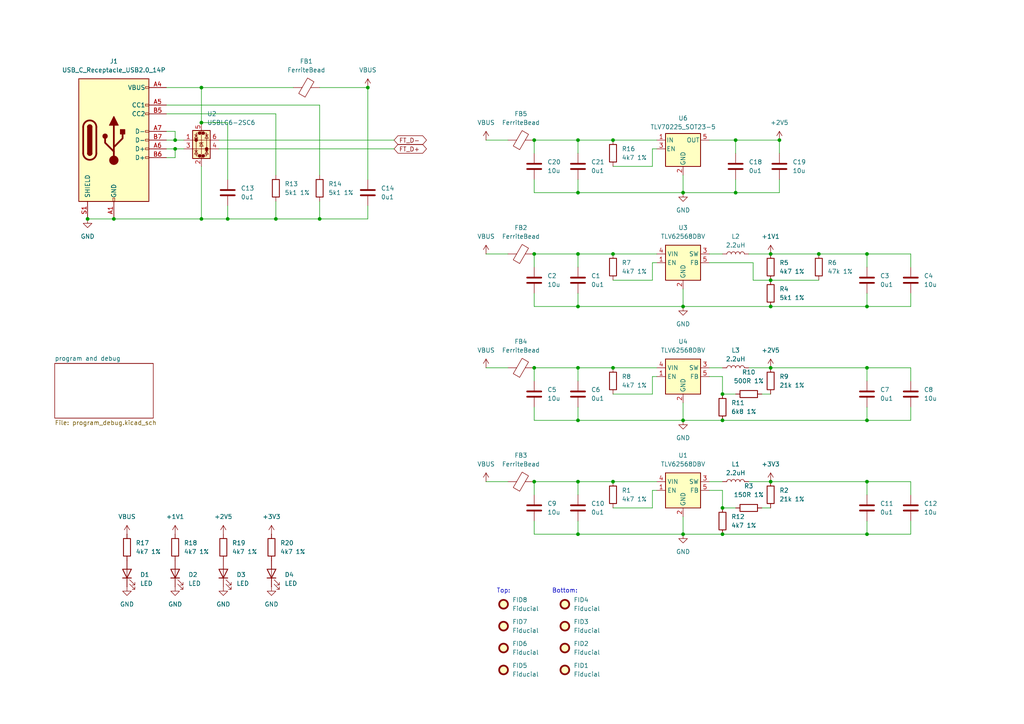
<source format=kicad_sch>
(kicad_sch (version 20250114) (generator "eeschema") (generator_version "9.0")
  (paper "A4")
  (lib_symbols
    (symbol "Connector:USB_C_Receptacle_USB2.0_14P" (pin_names (offset 1.016))
      (property "Reference" "J" (at 0 22.225 0))
      (property "Value" "USB_C_Receptacle_USB2.0_14P" (at 0 19.685 0))
      (symbol "USB_C_Receptacle_USB2.0_14P_1_1"
        (pin passive line (at -7.62 -22.86 90) (length 5.08) (name "SHIELD") (number "S1"))
        (pin passive line (at 0 -22.86 90) (length 5.08) (name "GND") (number "A1"))
        (pin passive line (at 0 -22.86 90) (length 5.08) (hide yes) (name "GND") (number "A12"))
        (pin passive line (at 0 -22.86 90) (length 5.08) (hide yes) (name "GND") (number "B1"))
        (pin passive line (at 0 -22.86 90) (length 5.08) (hide yes) (name "GND") (number "B12"))
        (pin passive line (at 15.24 15.24 180) (length 5.08) (name "VBUS") (number "A4"))
        (pin passive line (at 15.24 15.24 180) (length 5.08) (hide yes) (name "VBUS") (number "A9"))
        (pin passive line (at 15.24 15.24 180) (length 5.08) (hide yes) (name "VBUS") (number "B4"))
        (pin passive line (at 15.24 15.24 180) (length 5.08) (hide yes) (name "VBUS") (number "B9"))
        (pin bidirectional line (at 15.24 10.16 180) (length 5.08) (name "CC1") (number "A5"))
        (pin bidirectional line (at 15.24 7.62 180) (length 5.08) (name "CC2") (number "B5"))
        (pin bidirectional line (at 15.24 2.54 180) (length 5.08) (name "D-") (number "A7"))
        (pin bidirectional line (at 15.24 0 180) (length 5.08) (name "D-") (number "B7"))
        (pin bidirectional line (at 15.24 -2.54 180) (length 5.08) (name "D+") (number "A6"))
        (pin bidirectional line (at 15.24 -5.08 180) (length 5.08) (name "D+") (number "B6"))
      )
    )
    (symbol "Device:C" (pin_numbers (hide yes)) (pin_names (offset 0.254))
      (property "Reference" "C" (at 0.635 2.54 0))
      (property "Value" "C" (at 0.635 -2.54 0))
      (symbol "C_1_1"
        (pin passive line (at 0 3.81 270) (length 2.794) (name "~") (number "1"))
        (pin passive line (at 0 -3.81 90) (length 2.794) (name "~") (number "2"))
      )
    )
    (symbol "Device:FerriteBead" (pin_numbers (hide yes)) (pin_names (offset 0))
      (property "Reference" "FB" (at -3.81 0.635 90))
      (property "Value" "FerriteBead" (at 3.81 0 90))
      (symbol "FerriteBead_1_1"
        (pin passive line (at 0 3.81 270) (length 2.54) (name "~") (number "1"))
        (pin passive line (at 0 -3.81 90) (length 2.54) (name "~") (number "2"))
      )
    )
    (symbol "Device:L" (pin_numbers (hide yes)) (pin_names (offset 1.016) (hide yes))
      (property "Reference" "L" (at -1.27 0 90))
      (property "Value" "L" (at 1.905 0 90))
      (symbol "L_1_1"
        (pin passive line (at 0 3.81 270) (length 1.27) (name "1") (number "1"))
        (pin passive line (at 0 -3.81 90) (length 1.27) (name "2") (number "2"))
      )
    )
    (symbol "Device:LED" (pin_numbers (hide yes)) (pin_names (offset 1.016) (hide yes))
      (property "Reference" "D" (at 0 2.54 0))
      (property "Value" "LED" (at 0 -2.54 0))
      (symbol "LED_1_1"
        (pin passive line (at -3.81 0 0) (length 2.54) (name "K") (number "1"))
        (pin passive line (at 3.81 0 180) (length 2.54) (name "A") (number "2"))
      )
    )
    (symbol "Device:R" (pin_numbers (hide yes)) (pin_names (offset 0))
      (property "Reference" "R" (at 2.032 0 90))
      (property "Value" "R" (at 0 0 90))
      (symbol "R_1_1"
        (pin passive line (at 0 3.81 270) (length 1.27) (name "~") (number "1"))
        (pin passive line (at 0 -3.81 90) (length 1.27) (name "~") (number "2"))
      )
    )
    (symbol "Mechanical:Fiducial" (in_bom no)
      (property "Reference" "FID" (at 0 5.08 0))
      (property "Value" "Fiducial" (at 0 3.175 0))
    )
    (symbol "Power_Protection:USBLC6-2SC6" (pin_names (hide yes))
      (property "Reference" "U" (at 0.635 5.715 0))
      (property "Value" "USBLC6-2SC6" (at 0.635 3.81 0))
      (symbol "USBLC6-2SC6_1_1"
        (pin passive line (at -5.08 0 0) (length 2.54) (name "I/O1") (number "1"))
        (pin passive line (at -5.08 -2.54 0) (length 2.54) (name "I/O2") (number "3"))
        (pin passive line (at 0 5.08 270) (length 2.54) (name "VBUS") (number "5"))
        (pin passive line (at 0 -7.62 90) (length 2.54) (name "GND") (number "2"))
        (pin passive line (at 5.08 0 180) (length 2.54) (name "I/O1") (number "6"))
        (pin passive line (at 5.08 -2.54 180) (length 2.54) (name "I/O2") (number "4"))
      )
    )
    (symbol "Regulator_Linear:TLV70225_SOT23-5" (pin_names (offset 0.254))
      (property "Reference" "U" (at -3.81 5.715 0))
      (property "Value" "TLV70225_SOT23-5" (at 0 5.715 0))
      (symbol "TLV70225_SOT23-5_1_1"
        (pin power_in line (at -7.62 2.54 0) (length 2.54) (name "IN") (number "1"))
        (pin input line (at -7.62 0 0) (length 2.54) (name "EN") (number "3"))
        (pin power_in line (at 0 -7.62 90) (length 2.54) (name "GND") (number "2"))
        (pin no_connect line (at 5.08 0 180) (length 2.54) (hide yes) (name "NC") (number "4"))
        (pin power_out line (at 7.62 2.54 180) (length 2.54) (name "OUT") (number "5"))
      )
    )
    (symbol "Regulator_Switching:TLV62568DBV"
      (property "Reference" "U" (at -5.08 6.35 0))
      (property "Value" "TLV62568DBV" (at 0 6.35 0))
      (symbol "TLV62568DBV_1_1"
        (pin power_in line (at -7.62 2.54 0) (length 2.54) (name "VIN") (number "4"))
        (pin input line (at -7.62 0 0) (length 2.54) (name "EN") (number "1"))
        (pin power_in line (at 0 -7.62 90) (length 2.54) (name "GND") (number "2"))
        (pin power_out line (at 7.62 2.54 180) (length 2.54) (name "SW") (number "3"))
        (pin input line (at 7.62 0 180) (length 2.54) (name "FB") (number "5"))
      )
    )
    (symbol "power:+1V1" (power) (pin_numbers (hide yes)) (pin_names (offset 0) (hide yes))
      (property "Value" "+1V1" (at 0 3.556 0))
      (symbol "+1V1_1_1"
        (pin power_in line (at 0 0 90) (length 0) (name "~") (number "1"))
      )
    )
    (symbol "power:+2V5" (power) (pin_numbers (hide yes)) (pin_names (offset 0) (hide yes))
      (property "Value" "+2V5" (at 0 3.556 0))
      (symbol "+2V5_1_1"
        (pin power_in line (at 0 0 90) (length 0) (name "~") (number "1"))
      )
    )
    (symbol "power:+3V3" (power) (pin_numbers (hide yes)) (pin_names (offset 0) (hide yes))
      (property "Value" "+3V3" (at 0 3.556 0))
      (symbol "+3V3_1_1"
        (pin power_in line (at 0 0 90) (length 0) (name "~") (number "1"))
      )
    )
    (symbol "power:GND" (power) (pin_numbers (hide yes)) (pin_names (offset 0) (hide yes))
      (property "Value" "GND" (at 0 -3.81 0))
      (symbol "GND_1_1"
        (pin power_in line (at 0 0 270) (length 0) (name "~") (number "1"))
      )
    )
    (symbol "power:VBUS" (power) (pin_numbers (hide yes)) (pin_names (offset 0) (hide yes))
      (property "Value" "VBUS" (at 0 3.556 0))
      (symbol "VBUS_1_1"
        (pin power_in line (at 0 0 90) (length 0) (name "~") (number "1"))
      )
    )
  )
  (text "Top:" (at 146.05 171.45 0) (effects (font (size 1.27 1.27))))
  (text "Bottom:" (at 163.83 171.45 0) (effects (font (size 1.27 1.27))))
  (junction (at 213.36 40.64))
  (junction (at 167.64 88.9))
  (junction (at 66.04 63.5))
  (junction (at 223.52 81.28))
  (junction (at 251.46 73.66))
  (junction (at 223.52 139.7))
  (junction (at 198.12 154.94))
  (junction (at 198.12 121.92))
  (junction (at 58.42 25.4))
  (junction (at 251.46 121.92))
  (junction (at 167.64 121.92))
  (junction (at 237.49 73.66))
  (junction (at 50.8 43.18))
  (junction (at 209.55 154.94))
  (junction (at 80.01 63.5))
  (junction (at 198.12 88.9))
  (junction (at 25.4 63.5))
  (junction (at 251.46 88.9))
  (junction (at 106.68 25.4))
  (junction (at 198.12 55.88))
  (junction (at 167.64 55.88))
  (junction (at 177.8 73.66))
  (junction (at 154.94 73.66))
  (junction (at 167.64 73.66))
  (junction (at 92.71 63.5))
  (junction (at 251.46 139.7))
  (junction (at 226.06 40.64))
  (junction (at 167.64 106.68))
  (junction (at 209.55 121.92))
  (junction (at 167.64 139.7))
  (junction (at 154.94 40.64))
  (junction (at 223.52 73.66))
  (junction (at 33.02 63.5))
  (junction (at 154.94 139.7))
  (junction (at 223.52 106.68))
  (junction (at 58.42 63.5))
  (junction (at 177.8 139.7))
  (junction (at 167.64 154.94))
  (junction (at 223.52 88.9))
  (junction (at 251.46 106.68))
  (junction (at 154.94 106.68))
  (junction (at 167.64 40.64))
  (junction (at 177.8 40.64))
  (junction (at 209.55 114.3))
  (junction (at 58.42 35.56))
  (junction (at 213.36 55.88))
  (junction (at 50.8 40.64))
  (junction (at 177.8 106.68))
  (junction (at 251.46 154.94))
  (junction (at 209.55 147.32))
  (wire (pts (xy 167.64 118.11) (xy 167.64 121.92)))
  (wire (pts (xy 251.46 106.68) (xy 251.46 110.49)))
  (wire (pts (xy 198.12 55.88) (xy 167.64 55.88)))
  (wire (pts (xy 80.01 58.42) (xy 80.01 63.5)))
  (wire (pts (xy 167.64 88.9) (xy 154.94 88.9)))
  (wire (pts (xy 213.36 40.64) (xy 213.36 44.45)))
  (wire (pts (xy 63.5 43.18) (xy 114.3 43.18)))
  (wire (pts (xy 251.46 73.66) (xy 264.16 73.66)))
  (wire (pts (xy 25.4 63.5) (xy 33.02 63.5)))
  (wire (pts (xy 154.94 106.68) (xy 154.94 110.49)))
  (wire (pts (xy 223.52 106.68) (xy 251.46 106.68)))
  (wire (pts (xy 80.01 50.8) (xy 80.01 33.02)))
  (wire (pts (xy 217.17 106.68) (xy 223.52 106.68)))
  (wire (pts (xy 167.64 106.68) (xy 177.8 106.68)))
  (wire (pts (xy 106.68 59.69) (xy 106.68 63.5)))
  (wire (pts (xy 140.97 139.7) (xy 147.32 139.7)))
  (wire (pts (xy 251.46 154.94) (xy 264.16 154.94)))
  (wire (pts (xy 198.12 55.88) (xy 198.12 50.8)))
  (wire (pts (xy 198.12 154.94) (xy 209.55 154.94)))
  (wire (pts (xy 198.12 83.82) (xy 198.12 88.9)))
  (wire (pts (xy 167.64 44.45) (xy 167.64 40.64)))
  (wire (pts (xy 92.71 63.5) (xy 106.68 63.5)))
  (wire (pts (xy 50.8 38.1) (xy 50.8 40.64)))
  (wire (pts (xy 177.8 114.3) (xy 189.23 114.3)))
  (wire (pts (xy 58.42 35.56) (xy 66.04 35.56)))
  (wire (pts (xy 220.98 114.3) (xy 223.52 114.3)))
  (wire (pts (xy 198.12 88.9) (xy 167.64 88.9)))
  (wire (pts (xy 140.97 73.66) (xy 147.32 73.66)))
  (wire (pts (xy 264.16 106.68) (xy 264.16 110.49)))
  (wire (pts (xy 177.8 48.26) (xy 189.23 48.26)))
  (wire (pts (xy 198.12 154.94) (xy 167.64 154.94)))
  (wire (pts (xy 167.64 110.49) (xy 167.64 106.68)))
  (wire (pts (xy 58.42 48.26) (xy 58.42 63.5)))
  (wire (pts (xy 223.52 139.7) (xy 251.46 139.7)))
  (wire (pts (xy 154.94 106.68) (xy 167.64 106.68)))
  (wire (pts (xy 177.8 139.7) (xy 190.5 139.7)))
  (wire (pts (xy 205.74 73.66) (xy 209.55 73.66)))
  (wire (pts (xy 154.94 40.64) (xy 167.64 40.64)))
  (wire (pts (xy 251.46 139.7) (xy 251.46 143.51)))
  (wire (pts (xy 48.26 43.18) (xy 50.8 43.18)))
  (wire (pts (xy 140.97 106.68) (xy 147.32 106.68)))
  (wire (pts (xy 198.12 55.88) (xy 213.36 55.88)))
  (wire (pts (xy 50.8 43.18) (xy 53.34 43.18)))
  (wire (pts (xy 189.23 109.22) (xy 190.5 109.22)))
  (wire (pts (xy 189.23 142.24) (xy 189.23 147.32)))
  (wire (pts (xy 198.12 121.92) (xy 167.64 121.92)))
  (wire (pts (xy 92.71 30.48) (xy 92.71 50.8)))
  (wire (pts (xy 251.46 139.7) (xy 264.16 139.7)))
  (wire (pts (xy 189.23 43.18) (xy 190.5 43.18)))
  (wire (pts (xy 217.17 139.7) (xy 223.52 139.7)))
  (wire (pts (xy 167.64 52.07) (xy 167.64 55.88)))
  (wire (pts (xy 264.16 73.66) (xy 264.16 77.47)))
  (wire (pts (xy 167.64 139.7) (xy 177.8 139.7)))
  (wire (pts (xy 50.8 40.64) (xy 48.26 40.64)))
  (wire (pts (xy 213.36 55.88) (xy 213.36 52.07)))
  (wire (pts (xy 209.55 114.3) (xy 213.36 114.3)))
  (wire (pts (xy 58.42 25.4) (xy 58.42 35.56)))
  (wire (pts (xy 177.8 106.68) (xy 190.5 106.68)))
  (wire (pts (xy 205.74 40.64) (xy 213.36 40.64)))
  (wire (pts (xy 226.06 55.88) (xy 226.06 52.07)))
  (wire (pts (xy 154.94 73.66) (xy 167.64 73.66)))
  (wire (pts (xy 154.94 121.92) (xy 154.94 118.11)))
  (wire (pts (xy 167.64 154.94) (xy 154.94 154.94)))
  (wire (pts (xy 167.64 121.92) (xy 154.94 121.92)))
  (wire (pts (xy 167.64 40.64) (xy 177.8 40.64)))
  (wire (pts (xy 205.74 109.22) (xy 209.55 109.22)))
  (wire (pts (xy 198.12 88.9) (xy 223.52 88.9)))
  (wire (pts (xy 33.02 63.5) (xy 58.42 63.5)))
  (wire (pts (xy 154.94 139.7) (xy 167.64 139.7)))
  (wire (pts (xy 251.46 154.94) (xy 251.46 151.13)))
  (wire (pts (xy 213.36 55.88) (xy 226.06 55.88)))
  (wire (pts (xy 264.16 88.9) (xy 264.16 85.09)))
  (wire (pts (xy 66.04 35.56) (xy 66.04 52.07)))
  (wire (pts (xy 198.12 121.92) (xy 209.55 121.92)))
  (wire (pts (xy 167.64 73.66) (xy 177.8 73.66)))
  (wire (pts (xy 154.94 55.88) (xy 154.94 52.07)))
  (wire (pts (xy 48.26 30.48) (xy 92.71 30.48)))
  (wire (pts (xy 48.26 25.4) (xy 58.42 25.4)))
  (wire (pts (xy 209.55 121.92) (xy 251.46 121.92)))
  (wire (pts (xy 50.8 45.72) (xy 48.26 45.72)))
  (wire (pts (xy 218.44 81.28) (xy 223.52 81.28)))
  (wire (pts (xy 251.46 106.68) (xy 264.16 106.68)))
  (wire (pts (xy 209.55 147.32) (xy 213.36 147.32)))
  (wire (pts (xy 205.74 139.7) (xy 209.55 139.7)))
  (wire (pts (xy 66.04 59.69) (xy 66.04 63.5)))
  (wire (pts (xy 154.94 88.9) (xy 154.94 85.09)))
  (wire (pts (xy 198.12 116.84) (xy 198.12 121.92)))
  (wire (pts (xy 189.23 76.2) (xy 189.23 81.28)))
  (wire (pts (xy 80.01 33.02) (xy 48.26 33.02)))
  (wire (pts (xy 217.17 73.66) (xy 223.52 73.66)))
  (wire (pts (xy 154.94 154.94) (xy 154.94 151.13)))
  (wire (pts (xy 226.06 40.64) (xy 226.06 44.45)))
  (wire (pts (xy 177.8 73.66) (xy 190.5 73.66)))
  (wire (pts (xy 106.68 25.4) (xy 106.68 52.07)))
  (wire (pts (xy 167.64 85.09) (xy 167.64 88.9)))
  (wire (pts (xy 189.23 142.24) (xy 190.5 142.24)))
  (wire (pts (xy 264.16 154.94) (xy 264.16 151.13)))
  (wire (pts (xy 223.52 81.28) (xy 237.49 81.28)))
  (wire (pts (xy 58.42 25.4) (xy 85.09 25.4)))
  (wire (pts (xy 218.44 76.2) (xy 218.44 81.28)))
  (wire (pts (xy 251.46 121.92) (xy 251.46 118.11)))
  (wire (pts (xy 209.55 154.94) (xy 251.46 154.94)))
  (wire (pts (xy 48.26 38.1) (xy 50.8 38.1)))
  (wire (pts (xy 213.36 40.64) (xy 226.06 40.64)))
  (wire (pts (xy 198.12 149.86) (xy 198.12 154.94)))
  (wire (pts (xy 92.71 25.4) (xy 106.68 25.4)))
  (wire (pts (xy 209.55 109.22) (xy 209.55 114.3)))
  (wire (pts (xy 189.23 109.22) (xy 189.23 114.3)))
  (wire (pts (xy 209.55 142.24) (xy 205.74 142.24)))
  (wire (pts (xy 223.52 88.9) (xy 251.46 88.9)))
  (wire (pts (xy 50.8 40.64) (xy 53.34 40.64)))
  (wire (pts (xy 80.01 63.5) (xy 92.71 63.5)))
  (wire (pts (xy 154.94 139.7) (xy 154.94 143.51)))
  (wire (pts (xy 167.64 151.13) (xy 167.64 154.94)))
  (wire (pts (xy 167.64 77.47) (xy 167.64 73.66)))
  (wire (pts (xy 58.42 63.5) (xy 66.04 63.5)))
  (wire (pts (xy 220.98 147.32) (xy 223.52 147.32)))
  (wire (pts (xy 223.52 73.66) (xy 237.49 73.66)))
  (wire (pts (xy 264.16 139.7) (xy 264.16 143.51)))
  (wire (pts (xy 189.23 76.2) (xy 190.5 76.2)))
  (wire (pts (xy 167.64 143.51) (xy 167.64 139.7)))
  (wire (pts (xy 264.16 121.92) (xy 264.16 118.11)))
  (wire (pts (xy 251.46 88.9) (xy 251.46 85.09)))
  (wire (pts (xy 92.71 58.42) (xy 92.71 63.5)))
  (wire (pts (xy 177.8 81.28) (xy 189.23 81.28)))
  (wire (pts (xy 154.94 40.64) (xy 154.94 44.45)))
  (wire (pts (xy 63.5 40.64) (xy 114.3 40.64)))
  (wire (pts (xy 205.74 76.2) (xy 218.44 76.2)))
  (wire (pts (xy 237.49 73.66) (xy 251.46 73.66)))
  (wire (pts (xy 205.74 106.68) (xy 209.55 106.68)))
  (wire (pts (xy 251.46 121.92) (xy 264.16 121.92)))
  (wire (pts (xy 177.8 147.32) (xy 189.23 147.32)))
  (wire (pts (xy 177.8 40.64) (xy 190.5 40.64)))
  (wire (pts (xy 189.23 43.18) (xy 189.23 48.26)))
  (wire (pts (xy 66.04 63.5) (xy 80.01 63.5)))
  (wire (pts (xy 251.46 88.9) (xy 264.16 88.9)))
  (wire (pts (xy 140.97 40.64) (xy 147.32 40.64)))
  (wire (pts (xy 167.64 55.88) (xy 154.94 55.88)))
  (wire (pts (xy 154.94 73.66) (xy 154.94 77.47)))
  (wire (pts (xy 50.8 43.18) (xy 50.8 45.72)))
  (wire (pts (xy 251.46 73.66) (xy 251.46 77.47)))
  (wire (pts (xy 209.55 142.24) (xy 209.55 147.32)))
  (global_label "FT_D+" (shape bidirectional) (at 114.3 43.18 0) (property "Intersheetrefs" "${INTERSHEET_REFS}" (effects (hide yes))))
  (global_label "FT_D-" (shape bidirectional) (at 114.3 40.64 0) (property "Intersheetrefs" "${INTERSHEET_REFS}" (effects (hide yes))))
  (symbol (lib_id "Device:R") (at 223.52 77.47 0) (unit 1)
    (property "Reference" "R5" (at 226.06 76.1999 0) (effects (justify left)))
    (property "Value" "4k7 1%" (at 226.06 78.7399 0) (effects (justify left)))
    (property "Footprint" "Resistor_SMD:R_0603_1608Metric" (effects (hide yes)))
    (property "Description" "Resistor" (effects (hide yes)))
  )
  (symbol (lib_id "Device:R") (at 80.01 54.61 0) (unit 1)
    (property "Reference" "R13" (at 82.55 53.3399 0) (effects (justify left)))
    (property "Value" "5k1 1%" (at 82.55 55.8799 0) (effects (justify left)))
    (property "Footprint" "Resistor_SMD:R_0603_1608Metric" (effects (hide yes)))
    (property "Description" "Resistor" (effects (hide yes)))
  )
  (symbol (lib_id "Device:R") (at 93.98 218.44 0) (unit 1)
    (property "Reference" "R25" (at 96.52 217.1699 0) (effects (justify left)))
    (property "Value" "4k7 1%" (at 96.52 219.7099 0) (effects (justify left)))
    (property "Footprint" "Resistor_SMD:R_0603_1608Metric" (effects (hide yes)))
    (property "Description" "Resistor" (effects (hide yes)))
  )
  (symbol (lib_id "Device:LED") (at 78.74 166.37 90) (unit 1)
    (property "Reference" "D4" (at 82.55 166.6874 90) (effects (justify right)))
    (property "Value" "LED" (at 82.55 169.2274 90) (effects (justify right)))
    (property "Footprint" "LED_SMD:LED_0805_2012Metric" (effects (hide yes)))
    (property "Description" "Light emitting diode" (effects (hide yes)))
    (property "Sim.Pins" "1=K 2=A" (effects (hide yes)))
  )
  (symbol (lib_id "Device:LED") (at 80.01 226.06 90) (unit 1)
    (property "Reference" "D8" (at 83.82 226.3774 90) (effects (justify right)))
    (property "Value" "LED" (at 83.82 228.9174 90) (effects (justify right)))
    (property "Footprint" "LED_SMD:LED_0805_2012Metric" (effects (hide yes)))
    (property "Description" "Light emitting diode" (effects (hide yes)))
    (property "Sim.Pins" "1=K 2=A" (effects (hide yes)))
  )
  (symbol (lib_id "Device:R") (at 50.8 158.75 0) (unit 1)
    (property "Reference" "R18" (at 53.34 157.4799 0) (effects (justify left)))
    (property "Value" "4k7 1%" (at 53.34 160.0199 0) (effects (justify left)))
    (property "Footprint" "Resistor_SMD:R_0603_1608Metric" (effects (hide yes)))
    (property "Description" "Resistor" (effects (hide yes)))
  )
  (symbol (lib_id "power:VBUS") (at 36.83 154.94 0) (unit 1)
    (property "Reference" "#PWR022" (effects (hide yes)))
    (property "Value" "VBUS" (at 36.83 149.86 0))
    (property "Description" "Power symbol creates a global label with name \"VBUS\"" (effects (hide yes)))
  )
  (symbol (lib_id "Mechanical:Fiducial") (at 163.83 187.96 0) (unit 1) (in_bom no)
    (property "Reference" "FID2" (at 166.37 186.6899 0) (effects (justify left)))
    (property "Value" "Fiducial" (at 166.37 189.2299 0) (effects (justify left)))
    (property "Footprint" "Fiducial:Fiducial_1mm_Mask2mm" (effects (hide yes)))
    (property "Description" "Fiducial Marker" (effects (hide yes)))
  )
  (symbol (lib_id "power:+1V1") (at 223.52 73.66 0) (unit 1)
    (property "Reference" "#PWR04" (effects (hide yes)))
    (property "Value" "+1V1" (at 223.52 68.58 0))
    (property "Description" "Power symbol creates a global label with name \"+1V1\"" (effects (hide yes)))
  )
  (symbol (lib_id "Device:C") (at 226.06 48.26 0) (unit 1)
    (property "Reference" "C19" (at 229.87 46.9899 0) (effects (justify left)))
    (property "Value" "10u" (at 229.87 49.5299 0) (effects (justify left)))
    (property "Footprint" "Capacitor_SMD:C_0603_1608Metric" (effects (hide yes)))
    (property "Description" "Unpolarized capacitor" (effects (hide yes)))
  )
  (symbol (lib_id "Device:L") (at 213.36 106.68 90) (unit 1)
    (property "Reference" "L3" (at 213.36 101.6 90))
    (property "Value" "2.2uH" (at 213.36 104.14 90))
    (property "Footprint" "Inductor_SMD:L_0805_2012Metric" (effects (hide yes)))
    (property "Description" "Inductor" (effects (hide yes)))
    (property "Part " "MLP2012H2R2MT0S1" (effects (hide yes)))
    (property "LCSC" "C383369" (effects (hide yes)))
  )
  (symbol (lib_id "Device:C") (at 213.36 48.26 0) (unit 1)
    (property "Reference" "C18" (at 217.17 46.9899 0) (effects (justify left)))
    (property "Value" "0u1" (at 217.17 49.5299 0) (effects (justify left)))
    (property "Footprint" "Capacitor_SMD:C_0603_1608Metric" (effects (hide yes)))
    (property "Description" "Unpolarized capacitor" (effects (hide yes)))
  )
  (symbol (lib_id "Device:LED") (at 36.83 166.37 90) (unit 1)
    (property "Reference" "D1" (at 40.64 166.6874 90) (effects (justify right)))
    (property "Value" "LED" (at 40.64 169.2274 90) (effects (justify right)))
    (property "Footprint" "LED_SMD:LED_0805_2012Metric" (effects (hide yes)))
    (property "Description" "Light emitting diode" (effects (hide yes)))
    (property "Sim.Pins" "1=K 2=A" (effects (hide yes)))
  )
  (symbol (lib_id "Mechanical:Fiducial") (at 163.83 181.61 0) (unit 1) (in_bom no)
    (property "Reference" "FID3" (at 166.37 180.3399 0) (effects (justify left)))
    (property "Value" "Fiducial" (at 166.37 182.8799 0) (effects (justify left)))
    (property "Footprint" "Fiducial:Fiducial_1mm_Mask2mm" (effects (hide yes)))
    (property "Description" "Fiducial Marker" (effects (hide yes)))
  )
  (symbol (lib_id "Device:R") (at 177.8 110.49 0) (unit 1)
    (property "Reference" "R8" (at 180.34 109.2199 0) (effects (justify left)))
    (property "Value" "4k7 1%" (at 180.34 111.7599 0) (effects (justify left)))
    (property "Footprint" "Resistor_SMD:R_0603_1608Metric" (effects (hide yes)))
    (property "Description" "Resistor" (effects (hide yes)))
  )
  (symbol (lib_id "power:GND") (at 50.8 170.18 0) (unit 1)
    (property "Reference" "#PWR019" (effects (hide yes)))
    (property "Value" "GND" (at 50.8 175.26 0))
    (property "Description" "Power symbol creates a global label with name \"GND\" , ground" (effects (hide yes)))
  )
  (symbol (lib_id "power:GND") (at 198.12 154.94 0) (unit 1)
    (property "Reference" "#PWR01" (effects (hide yes)))
    (property "Value" "GND" (at 198.12 160.02 0))
    (property "Description" "Power symbol creates a global label with name \"GND\" , ground" (effects (hide yes)))
  )
  (symbol (lib_id "power:GND") (at 38.1 229.87 0) (unit 1)
    (property "Reference" "#PWR026" (effects (hide yes)))
    (property "Value" "GND" (at 38.1 234.95 0))
    (property "Description" "Power symbol creates a global label with name \"GND\" , ground" (effects (hide yes)))
  )
  (symbol (lib_id "Device:R") (at 209.55 118.11 0) (unit 1)
    (property "Reference" "R11" (at 212.09 116.8399 0) (effects (justify left)))
    (property "Value" "6k8 1%" (at 212.09 119.3799 0) (effects (justify left)))
    (property "Footprint" "Resistor_SMD:R_0603_1608Metric" (effects (hide yes)))
    (property "Description" "Resistor" (effects (hide yes)))
  )
  (symbol (lib_id "Device:R") (at 80.01 218.44 0) (unit 1)
    (property "Reference" "R24" (at 82.55 217.1699 0) (effects (justify left)))
    (property "Value" "4k7 1%" (at 82.55 219.7099 0) (effects (justify left)))
    (property "Footprint" "Resistor_SMD:R_0603_1608Metric" (effects (hide yes)))
    (property "Description" "Resistor" (effects (hide yes)))
  )
  (symbol (lib_id "Device:R") (at 237.49 77.47 0) (unit 1)
    (property "Reference" "R6" (at 240.03 76.1999 0) (effects (justify left)))
    (property "Value" "47k 1%" (at 240.03 78.7399 0) (effects (justify left)))
    (property "Footprint" "Resistor_SMD:R_0603_1608Metric" (effects (hide yes)))
    (property "Description" "Resistor" (effects (hide yes)))
  )
  (symbol (lib_id "Device:R") (at 36.83 158.75 0) (unit 1)
    (property "Reference" "R17" (at 39.37 157.4799 0) (effects (justify left)))
    (property "Value" "4k7 1%" (at 39.37 160.0199 0) (effects (justify left)))
    (property "Footprint" "Resistor_SMD:R_0603_1608Metric" (effects (hide yes)))
    (property "Description" "Resistor" (effects (hide yes)))
  )
  (symbol (lib_id "Device:LED") (at 93.98 226.06 90) (unit 1)
    (property "Reference" "D9" (at 97.79 226.3774 90) (effects (justify right)))
    (property "Value" "LED" (at 97.79 228.9174 90) (effects (justify right)))
    (property "Footprint" "LED_SMD:LED_0805_2012Metric" (effects (hide yes)))
    (property "Description" "Light emitting diode" (effects (hide yes)))
    (property "Sim.Pins" "1=K 2=A" (effects (hide yes)))
  )
  (symbol (lib_id "power:VBUS") (at 140.97 40.64 0) (unit 1)
    (property "Reference" "#PWR016" (effects (hide yes)))
    (property "Value" "VBUS" (at 140.97 35.56 0))
    (property "Description" "Power symbol creates a global label with name \"VBUS\"" (effects (hide yes)))
  )
  (symbol (lib_id "power:GND") (at 80.01 229.87 0) (unit 1)
    (property "Reference" "#PWR029" (effects (hide yes)))
    (property "Value" "GND" (at 80.01 234.95 0))
    (property "Description" "Power symbol creates a global label with name \"GND\" , ground" (effects (hide yes)))
  )
  (symbol (lib_id "power:+2V5") (at 223.52 106.68 0) (unit 1)
    (property "Reference" "#PWR06" (effects (hide yes)))
    (property "Value" "+2V5" (at 223.52 101.6 0))
    (property "Description" "Power symbol creates a global label with name \"+2V5\"" (effects (hide yes)))
  )
  (symbol (lib_id "Device:R") (at 177.8 143.51 0) (unit 1)
    (property "Reference" "R1" (at 180.34 142.2399 0) (effects (justify left)))
    (property "Value" "4k7 1%" (at 180.34 144.7799 0) (effects (justify left)))
    (property "Footprint" "Resistor_SMD:R_0603_1608Metric" (effects (hide yes)))
    (property "Description" "Resistor" (effects (hide yes)))
  )
  (symbol (lib_id "Device:C") (at 167.64 48.26 0) (unit 1)
    (property "Reference" "C21" (at 171.45 46.9899 0) (effects (justify left)))
    (property "Value" "0u1" (at 171.45 49.5299 0) (effects (justify left)))
    (property "Footprint" "Capacitor_SMD:C_0603_1608Metric" (effects (hide yes)))
    (property "Description" "Unpolarized capacitor" (effects (hide yes)))
  )
  (symbol (lib_id "power:VBUS") (at 140.97 106.68 0) (unit 1)
    (property "Reference" "#PWR015" (effects (hide yes)))
    (property "Value" "VBUS" (at 140.97 101.6 0))
    (property "Description" "Power symbol creates a global label with name \"VBUS\"" (effects (hide yes)))
  )
  (symbol (lib_id "Device:FerriteBead") (at 151.13 40.64 90) (unit 1)
    (property "Reference" "FB5" (at 151.0792 33.02 90))
    (property "Value" "FerriteBead" (at 151.0792 35.56 90))
    (property "Footprint" "Inductor_SMD:L_0805_2012Metric" (effects (hide yes)))
    (property "Description" "Ferrite bead" (effects (hide yes)))
  )
  (symbol (lib_id "Regulator_Switching:TLV62568DBV") (at 198.12 76.2 0) (unit 1)
    (property "Reference" "U3" (at 198.12 66.04 0))
    (property "Value" "TLV62568DBV" (at 198.12 68.58 0))
    (property "Footprint" "Package_TO_SOT_SMD:SOT-23-5" (effects (hide yes)))
    (property "Datasheet" "http://www.ti.com/lit/ds/symlink/tlv62568.pdf" (effects (hide yes)))
    (property "Description" "High Efficiency Synchronous Buck Converter, Adjustable Output 0.6V-5.5V, 1A, SOT-23-5" (effects (hide yes)))
    (property "LCSC" "C163219" (effects (hide yes)))
  )
  (symbol (lib_id "Device:FerriteBead") (at 151.13 139.7 90) (unit 1)
    (property "Reference" "FB3" (at 151.0792 132.08 90))
    (property "Value" "FerriteBead" (at 151.0792 134.62 90))
    (property "Footprint" "Inductor_SMD:L_0805_2012Metric" (effects (hide yes)))
    (property "Description" "Ferrite bead" (effects (hide yes)))
  )
  (symbol (lib_id "power:GND") (at 25.4 63.5 0) (unit 1)
    (property "Reference" "#PWR03" (effects (hide yes)))
    (property "Value" "GND" (at 25.4 68.58 0))
    (property "Description" "Power symbol creates a global label with name \"GND\" , ground" (effects (hide yes)))
  )
  (symbol (lib_id "power:GND") (at 135.89 229.87 0) (unit 1)
    (property "Reference" "#PWR033" (effects (hide yes)))
    (property "Value" "GND" (at 135.89 234.95 0))
    (property "Description" "Power symbol creates a global label with name \"GND\" , ground" (effects (hide yes)))
  )
  (symbol (lib_id "Device:C") (at 251.46 114.3 0) (unit 1)
    (property "Reference" "C7" (at 255.27 113.0299 0) (effects (justify left)))
    (property "Value" "0u1" (at 255.27 115.5699 0) (effects (justify left)))
    (property "Footprint" "Capacitor_SMD:C_0603_1608Metric" (effects (hide yes)))
    (property "Description" "Unpolarized capacitor" (effects (hide yes)))
  )
  (symbol (lib_id "power:GND") (at 198.12 88.9 0) (unit 1)
    (property "Reference" "#PWR05" (effects (hide yes)))
    (property "Value" "GND" (at 198.12 93.98 0))
    (property "Description" "Power symbol creates a global label with name \"GND\" , ground" (effects (hide yes)))
  )
  (symbol (lib_id "Device:LED") (at 66.04 226.06 90) (unit 1)
    (property "Reference" "D7" (at 69.85 226.3774 90) (effects (justify right)))
    (property "Value" "LED" (at 69.85 228.9174 90) (effects (justify right)))
    (property "Footprint" "LED_SMD:LED_0805_2012Metric" (effects (hide yes)))
    (property "Description" "Light emitting diode" (effects (hide yes)))
    (property "Sim.Pins" "1=K 2=A" (effects (hide yes)))
  )
  (symbol (lib_id "Device:R") (at 38.1 218.44 0) (unit 1)
    (property "Reference" "R21" (at 40.64 217.1699 0) (effects (justify left)))
    (property "Value" "4k7 1%" (at 40.64 219.7099 0) (effects (justify left)))
    (property "Footprint" "Resistor_SMD:R_0603_1608Metric" (effects (hide yes)))
    (property "Description" "Resistor" (effects (hide yes)))
  )
  (symbol (lib_id "Regulator_Switching:TLV62568DBV") (at 198.12 142.24 0) (unit 1)
    (property "Reference" "U1" (at 198.12 132.08 0))
    (property "Value" "TLV62568DBV" (at 198.12 134.62 0))
    (property "Footprint" "Package_TO_SOT_SMD:SOT-23-5" (effects (hide yes)))
    (property "Datasheet" "http://www.ti.com/lit/ds/symlink/tlv62568.pdf" (effects (hide yes)))
    (property "Description" "High Efficiency Synchronous Buck Converter, Adjustable Output 0.6V-5.5V, 1A, SOT-23-5" (effects (hide yes)))
    (property "LCSC" "C163219" (effects (hide yes)))
  )
  (symbol (lib_id "Device:R") (at 217.17 114.3 270) (mirror x) (unit 1)
    (property "Reference" "R10" (at 217.17 107.95 90))
    (property "Value" "500R 1%" (at 217.17 110.49 90))
    (property "Footprint" "Resistor_SMD:R_0603_1608Metric" (effects (hide yes)))
    (property "Description" "Resistor" (effects (hide yes)))
  )
  (symbol (lib_id "Device:R") (at 223.52 110.49 0) (unit 1)
    (property "Reference" "R9" (at 226.06 109.2199 0) (effects (justify left)))
    (property "Value" "21k 1%" (at 226.06 111.7599 0) (effects (justify left)))
    (property "Footprint" "Resistor_SMD:R_0603_1608Metric" (effects (hide yes)))
    (property "Description" "Resistor" (effects (hide yes)))
  )
  (symbol (lib_id "Device:C") (at 264.16 147.32 0) (unit 1)
    (property "Reference" "C12" (at 267.97 146.0499 0) (effects (justify left)))
    (property "Value" "10u" (at 267.97 148.5899 0) (effects (justify left)))
    (property "Footprint" "Capacitor_SMD:C_0603_1608Metric" (effects (hide yes)))
    (property "Description" "Unpolarized capacitor" (effects (hide yes)))
  )
  (symbol (lib_id "Device:C") (at 66.04 55.88 0) (unit 1)
    (property "Reference" "C13" (at 69.85 54.6099 0) (effects (justify left)))
    (property "Value" "0u1" (at 69.85 57.1499 0) (effects (justify left)))
    (property "Footprint" "Capacitor_SMD:C_0603_1608Metric" (effects (hide yes)))
    (property "Description" "Unpolarized capacitor" (effects (hide yes)))
  )
  (symbol (lib_id "power:GND") (at 198.12 121.92 0) (unit 1)
    (property "Reference" "#PWR07" (effects (hide yes)))
    (property "Value" "GND" (at 198.12 127 0))
    (property "Description" "Power symbol creates a global label with name \"GND\" , ground" (effects (hide yes)))
  )
  (symbol (lib_id "Device:C") (at 264.16 81.28 0) (unit 1)
    (property "Reference" "C4" (at 267.97 80.0099 0) (effects (justify left)))
    (property "Value" "10u" (at 267.97 82.5499 0) (effects (justify left)))
    (property "Footprint" "Capacitor_SMD:C_0603_1608Metric" (effects (hide yes)))
    (property "Description" "Unpolarized capacitor" (effects (hide yes)))
  )
  (symbol (lib_id "Mechanical:Fiducial") (at 146.05 175.26 0) (unit 1) (in_bom no)
    (property "Reference" "FID8" (at 148.59 173.9899 0) (effects (justify left)))
    (property "Value" "Fiducial" (at 148.59 176.5299 0) (effects (justify left)))
    (property "Footprint" "Fiducial:Fiducial_1mm_Mask2mm" (effects (hide yes)))
    (property "Description" "Fiducial Marker" (effects (hide yes)))
  )
  (symbol (lib_id "power:GND") (at 198.12 55.88 0) (unit 1)
    (property "Reference" "#PWR017" (effects (hide yes)))
    (property "Value" "GND" (at 198.12 60.96 0))
    (property "Description" "Power symbol creates a global label with name \"GND\" , ground" (effects (hide yes)))
  )
  (symbol (lib_id "Device:R") (at 177.8 44.45 0) (unit 1)
    (property "Reference" "R16" (at 180.34 43.1799 0) (effects (justify left)))
    (property "Value" "4k7 1%" (at 180.34 45.7199 0) (effects (justify left)))
    (property "Footprint" "Resistor_SMD:R_0603_1608Metric" (effects (hide yes)))
    (property "Description" "Resistor" (effects (hide yes)))
  )
  (symbol (lib_id "power:GND") (at 121.92 229.87 0) (unit 1)
    (property "Reference" "#PWR032" (effects (hide yes)))
    (property "Value" "GND" (at 121.92 234.95 0))
    (property "Description" "Power symbol creates a global label with name \"GND\" , ground" (effects (hide yes)))
  )
  (symbol (lib_id "Device:L") (at 213.36 73.66 90) (unit 1)
    (property "Reference" "L2" (at 213.36 68.58 90))
    (property "Value" "2.2uH" (at 213.36 71.12 90))
    (property "Footprint" "Inductor_SMD:L_0805_2012Metric" (effects (hide yes)))
    (property "Description" "Inductor" (effects (hide yes)))
    (property "Part " "MLP2012H2R2MT0S1" (effects (hide yes)))
    (property "LCSC" "C383369" (effects (hide yes)))
  )
  (symbol (lib_id "Device:R") (at 107.95 218.44 0) (unit 1)
    (property "Reference" "R26" (at 110.49 217.1699 0) (effects (justify left)))
    (property "Value" "4k7 1%" (at 110.49 219.7099 0) (effects (justify left)))
    (property "Footprint" "Resistor_SMD:R_0603_1608Metric" (effects (hide yes)))
    (property "Description" "Resistor" (effects (hide yes)))
  )
  (symbol (lib_id "Mechanical:Fiducial") (at 163.83 194.31 0) (unit 1) (in_bom no)
    (property "Reference" "FID1" (at 166.37 193.0399 0) (effects (justify left)))
    (property "Value" "Fiducial" (at 166.37 195.5799 0) (effects (justify left)))
    (property "Footprint" "Fiducial:Fiducial_1mm_Mask2mm" (effects (hide yes)))
    (property "Description" "Fiducial Marker" (effects (hide yes)))
  )
  (symbol (lib_id "Device:LED") (at 50.8 166.37 90) (unit 1)
    (property "Reference" "D2" (at 54.61 166.6874 90) (effects (justify right)))
    (property "Value" "LED" (at 54.61 169.2274 90) (effects (justify right)))
    (property "Footprint" "LED_SMD:LED_0805_2012Metric" (effects (hide yes)))
    (property "Description" "Light emitting diode" (effects (hide yes)))
    (property "Sim.Pins" "1=K 2=A" (effects (hide yes)))
  )
  (symbol (lib_id "Power_Protection:USBLC6-2SC6") (at 58.42 40.64 0) (unit 1)
    (property "Reference" "U2" (at 60.0711 33.02 0) (effects (justify left)))
    (property "Value" "USBLC6-2SC6" (at 60.0711 35.56 0) (effects (justify left)))
    (property "Footprint" "Package_TO_SOT_SMD:SOT-23-6" (effects (hide yes)))
    (property "Datasheet" "https://www.st.com/resource/en/datasheet/usblc6-2.pdf" (effects (hide yes)))
    (property "Description" "Very low capacitance ESD protection diode, 2 data-line, SOT-23-6" (effects (hide yes)))
    (property "LCSC" "C7519" (effects (hide yes)))
  )
  (symbol (lib_id "Device:FerriteBead") (at 88.9 25.4 90) (unit 1)
    (property "Reference" "FB1" (at 88.8492 17.78 90))
    (property "Value" "FerriteBead" (at 88.8492 20.32 90))
    (property "Footprint" "Inductor_SMD:L_0805_2012Metric" (effects (hide yes)))
    (property "Description" "Ferrite bead" (effects (hide yes)))
  )
  (symbol (lib_id "power:GND") (at 93.98 229.87 0) (unit 1)
    (property "Reference" "#PWR030" (effects (hide yes)))
    (property "Value" "GND" (at 93.98 234.95 0))
    (property "Description" "Power symbol creates a global label with name \"GND\" , ground" (effects (hide yes)))
  )
  (symbol (lib_id "Device:R") (at 217.17 147.32 270) (mirror x) (unit 1)
    (property "Reference" "R3" (at 217.17 140.97 90))
    (property "Value" "150R 1%" (at 217.17 143.51 90))
    (property "Footprint" "Resistor_SMD:R_0603_1608Metric" (effects (hide yes)))
    (property "Description" "Resistor" (effects (hide yes)))
  )
  (symbol (lib_id "power:+2V5") (at 64.77 154.94 0) (unit 1)
    (property "Reference" "#PWR024" (effects (hide yes)))
    (property "Value" "+2V5" (at 64.77 149.86 0))
    (property "Description" "Power symbol creates a global label with name \"+2V5\"" (effects (hide yes)))
  )
  (symbol (lib_id "power:VBUS") (at 140.97 139.7 0) (unit 1)
    (property "Reference" "#PWR014" (effects (hide yes)))
    (property "Value" "VBUS" (at 140.97 134.62 0))
    (property "Description" "Power symbol creates a global label with name \"VBUS\"" (effects (hide yes)))
  )
  (symbol (lib_id "Device:R") (at 52.07 218.44 0) (unit 1)
    (property "Reference" "R22" (at 54.61 217.1699 0) (effects (justify left)))
    (property "Value" "4k7 1%" (at 54.61 219.7099 0) (effects (justify left)))
    (property "Footprint" "Resistor_SMD:R_0603_1608Metric" (effects (hide yes)))
    (property "Description" "Resistor" (effects (hide yes)))
  )
  (symbol (lib_id "Device:C") (at 106.68 55.88 0) (unit 1)
    (property "Reference" "C14" (at 110.49 54.6099 0) (effects (justify left)))
    (property "Value" "0u1" (at 110.49 57.1499 0) (effects (justify left)))
    (property "Footprint" "Capacitor_SMD:C_0603_1608Metric" (effects (hide yes)))
    (property "Description" "Unpolarized capacitor" (effects (hide yes)))
  )
  (symbol (lib_id "power:GND") (at 64.77 170.18 0) (unit 1)
    (property "Reference" "#PWR020" (effects (hide yes)))
    (property "Value" "GND" (at 64.77 175.26 0))
    (property "Description" "Power symbol creates a global label with name \"GND\" , ground" (effects (hide yes)))
  )
  (symbol (lib_id "Device:C") (at 154.94 81.28 0) (unit 1)
    (property "Reference" "C2" (at 158.75 80.0099 0) (effects (justify left)))
    (property "Value" "10u" (at 158.75 82.5499 0) (effects (justify left)))
    (property "Footprint" "Capacitor_SMD:C_0603_1608Metric" (effects (hide yes)))
    (property "Description" "Unpolarized capacitor" (effects (hide yes)))
  )
  (symbol (lib_id "Device:C") (at 264.16 114.3 0) (unit 1)
    (property "Reference" "C8" (at 267.97 113.0299 0) (effects (justify left)))
    (property "Value" "10u" (at 267.97 115.5699 0) (effects (justify left)))
    (property "Footprint" "Capacitor_SMD:C_0603_1608Metric" (effects (hide yes)))
    (property "Description" "Unpolarized capacitor" (effects (hide yes)))
  )
  (symbol (lib_id "Device:LED") (at 135.89 226.06 90) (unit 1)
    (property "Reference" "D12" (at 139.7 226.3774 90) (effects (justify right)))
    (property "Value" "LED" (at 139.7 228.9174 90) (effects (justify right)))
    (property "Footprint" "LED_SMD:LED_0805_2012Metric" (effects (hide yes)))
    (property "Description" "Light emitting diode" (effects (hide yes)))
    (property "Sim.Pins" "1=K 2=A" (effects (hide yes)))
  )
  (symbol (lib_id "Regulator_Linear:TLV70225_SOT23-5") (at 198.12 43.18 0) (unit 1)
    (property "Reference" "U6" (at 198.12 34.29 0))
    (property "Value" "TLV70225_SOT23-5" (at 198.12 36.83 0))
    (property "Footprint" "Package_TO_SOT_SMD:SOT-23-5" (effects (hide yes)))
    (property "Datasheet" "http://www.ti.com/lit/ds/symlink/tlv702.pdf" (effects (hide yes)))
    (property "Description" "300mA Low Dropout Voltage Regulator, Fixed Output 2.5V, SOT-23-5" (effects (hide yes)))
    (property "LCSC" "C2863504" (effects (hide yes)))
  )
  (symbol (lib_id "power:+3V3") (at 223.52 139.7 0) (unit 1)
    (property "Reference" "#PWR02" (effects (hide yes)))
    (property "Value" "+3V3" (at 223.52 134.62 0))
    (property "Description" "Power symbol creates a global label with name \"+3V3\"" (effects (hide yes)))
  )
  (symbol (lib_id "power:GND") (at 52.07 229.87 0) (unit 1)
    (property "Reference" "#PWR027" (effects (hide yes)))
    (property "Value" "GND" (at 52.07 234.95 0))
    (property "Description" "Power symbol creates a global label with name \"GND\" , ground" (effects (hide yes)))
  )
  (symbol (lib_id "Mechanical:Fiducial") (at 146.05 181.61 0) (unit 1) (in_bom no)
    (property "Reference" "FID7" (at 148.59 180.3399 0) (effects (justify left)))
    (property "Value" "Fiducial" (at 148.59 182.8799 0) (effects (justify left)))
    (property "Footprint" "Fiducial:Fiducial_1mm_Mask2mm" (effects (hide yes)))
    (property "Description" "Fiducial Marker" (effects (hide yes)))
  )
  (symbol (lib_id "Device:LED") (at 52.07 226.06 90) (unit 1)
    (property "Reference" "D6" (at 55.88 226.3774 90) (effects (justify right)))
    (property "Value" "LED" (at 55.88 228.9174 90) (effects (justify right)))
    (property "Footprint" "LED_SMD:LED_0805_2012Metric" (effects (hide yes)))
    (property "Description" "Light emitting diode" (effects (hide yes)))
    (property "Sim.Pins" "1=K 2=A" (effects (hide yes)))
  )
  (symbol (lib_id "power:VBUS") (at 106.68 25.4 0) (unit 1)
    (property "Reference" "#PWR08" (effects (hide yes)))
    (property "Value" "VBUS" (at 106.68 20.32 0))
    (property "Description" "Power symbol creates a global label with name \"VBUS\"" (effects (hide yes)))
  )
  (symbol (lib_id "Regulator_Switching:TLV62568DBV") (at 198.12 109.22 0) (unit 1)
    (property "Reference" "U4" (at 198.12 99.06 0))
    (property "Value" "TLV62568DBV" (at 198.12 101.6 0))
    (property "Footprint" "Package_TO_SOT_SMD:SOT-23-5" (effects (hide yes)))
    (property "Datasheet" "http://www.ti.com/lit/ds/symlink/tlv62568.pdf" (effects (hide yes)))
    (property "Description" "High Efficiency Synchronous Buck Converter, Adjustable Output 0.6V-5.5V, 1A, SOT-23-5" (effects (hide yes)))
    (property "LCSC" "C163219" (effects (hide yes)))
  )
  (symbol (lib_id "Device:C") (at 154.94 114.3 0) (unit 1)
    (property "Reference" "C5" (at 158.75 113.0299 0) (effects (justify left)))
    (property "Value" "10u" (at 158.75 115.5699 0) (effects (justify left)))
    (property "Footprint" "Capacitor_SMD:C_0603_1608Metric" (effects (hide yes)))
    (property "Description" "Unpolarized capacitor" (effects (hide yes)))
  )
  (symbol (lib_id "Device:C") (at 154.94 147.32 0) (unit 1)
    (property "Reference" "C9" (at 158.75 146.0499 0) (effects (justify left)))
    (property "Value" "10u" (at 158.75 148.5899 0) (effects (justify left)))
    (property "Footprint" "Capacitor_SMD:C_0603_1608Metric" (effects (hide yes)))
    (property "Description" "Unpolarized capacitor" (effects (hide yes)))
  )
  (symbol (lib_id "Device:R") (at 223.52 85.09 0) (unit 1)
    (property "Reference" "R4" (at 226.06 83.8199 0) (effects (justify left)))
    (property "Value" "5k1 1%" (at 226.06 86.3599 0) (effects (justify left)))
    (property "Footprint" "Resistor_SMD:R_0603_1608Metric" (effects (hide yes)))
    (property "Description" "Resistor" (effects (hide yes)))
  )
  (symbol (lib_id "Device:FerriteBead") (at 151.13 106.68 90) (unit 1)
    (property "Reference" "FB4" (at 151.0792 99.06 90))
    (property "Value" "FerriteBead" (at 151.0792 101.6 90))
    (property "Footprint" "Inductor_SMD:L_0805_2012Metric" (effects (hide yes)))
    (property "Description" "Ferrite bead" (effects (hide yes)))
  )
  (symbol (lib_id "power:+3V3") (at 78.74 154.94 0) (unit 1)
    (property "Reference" "#PWR025" (effects (hide yes)))
    (property "Value" "+3V3" (at 78.74 149.86 0))
    (property "Description" "Power symbol creates a global label with name \"+3V3\"" (effects (hide yes)))
  )
  (symbol (lib_id "power:GND") (at 78.74 170.18 0) (unit 1)
    (property "Reference" "#PWR021" (effects (hide yes)))
    (property "Value" "GND" (at 78.74 175.26 0))
    (property "Description" "Power symbol creates a global label with name \"GND\" , ground" (effects (hide yes)))
  )
  (symbol (lib_id "Device:R") (at 78.74 158.75 0) (unit 1)
    (property "Reference" "R20" (at 81.28 157.4799 0) (effects (justify left)))
    (property "Value" "4k7 1%" (at 81.28 160.0199 0) (effects (justify left)))
    (property "Footprint" "Resistor_SMD:R_0603_1608Metric" (effects (hide yes)))
    (property "Description" "Resistor" (effects (hide yes)))
  )
  (symbol (lib_id "Mechanical:Fiducial") (at 146.05 194.31 0) (unit 1) (in_bom no)
    (property "Reference" "FID5" (at 148.59 193.0399 0) (effects (justify left)))
    (property "Value" "Fiducial" (at 148.59 195.5799 0) (effects (justify left)))
    (property "Footprint" "Fiducial:Fiducial_1mm_Mask2mm" (effects (hide yes)))
    (property "Description" "Fiducial Marker" (effects (hide yes)))
  )
  (symbol (lib_id "Device:R") (at 66.04 218.44 0) (unit 1)
    (property "Reference" "R23" (at 68.58 217.1699 0) (effects (justify left)))
    (property "Value" "4k7 1%" (at 68.58 219.7099 0) (effects (justify left)))
    (property "Footprint" "Resistor_SMD:R_0603_1608Metric" (effects (hide yes)))
    (property "Description" "Resistor" (effects (hide yes)))
  )
  (symbol (lib_id "power:GND") (at 107.95 229.87 0) (unit 1)
    (property "Reference" "#PWR031" (effects (hide yes)))
    (property "Value" "GND" (at 107.95 234.95 0))
    (property "Description" "Power symbol creates a global label with name \"GND\" , ground" (effects (hide yes)))
  )
  (symbol (lib_id "Device:R") (at 177.8 77.47 0) (unit 1)
    (property "Reference" "R7" (at 180.34 76.1999 0) (effects (justify left)))
    (property "Value" "4k7 1%" (at 180.34 78.7399 0) (effects (justify left)))
    (property "Footprint" "Resistor_SMD:R_0603_1608Metric" (effects (hide yes)))
    (property "Description" "Resistor" (effects (hide yes)))
  )
  (symbol (lib_id "Device:LED") (at 64.77 166.37 90) (unit 1)
    (property "Reference" "D3" (at 68.58 166.6874 90) (effects (justify right)))
    (property "Value" "LED" (at 68.58 169.2274 90) (effects (justify right)))
    (property "Footprint" "LED_SMD:LED_0805_2012Metric" (effects (hide yes)))
    (property "Description" "Light emitting diode" (effects (hide yes)))
    (property "Sim.Pins" "1=K 2=A" (effects (hide yes)))
  )
  (symbol (lib_id "Mechanical:Fiducial") (at 146.05 187.96 0) (unit 1) (in_bom no)
    (property "Reference" "FID6" (at 148.59 186.6899 0) (effects (justify left)))
    (property "Value" "Fiducial" (at 148.59 189.2299 0) (effects (justify left)))
    (property "Footprint" "Fiducial:Fiducial_1mm_Mask2mm" (effects (hide yes)))
    (property "Description" "Fiducial Marker" (effects (hide yes)))
  )
  (symbol (lib_id "power:GND") (at 36.83 170.18 0) (unit 1)
    (property "Reference" "#PWR018" (effects (hide yes)))
    (property "Value" "GND" (at 36.83 175.26 0))
    (property "Description" "Power symbol creates a global label with name \"GND\" , ground" (effects (hide yes)))
  )
  (symbol (lib_id "Device:FerriteBead") (at 151.13 73.66 90) (unit 1)
    (property "Reference" "FB2" (at 151.0792 66.04 90))
    (property "Value" "FerriteBead" (at 151.0792 68.58 90))
    (property "Footprint" "Inductor_SMD:L_0805_2012Metric" (effects (hide yes)))
    (property "Description" "Ferrite bead" (effects (hide yes)))
  )
  (symbol (lib_id "Device:R") (at 135.89 218.44 0) (unit 1)
    (property "Reference" "R28" (at 138.43 217.1699 0) (effects (justify left)))
    (property "Value" "4k7 1%" (at 138.43 219.7099 0) (effects (justify left)))
    (property "Footprint" "Resistor_SMD:R_0603_1608Metric" (effects (hide yes)))
    (property "Description" "Resistor" (effects (hide yes)))
  )
  (symbol (lib_id "Device:C") (at 251.46 81.28 0) (unit 1)
    (property "Reference" "C3" (at 255.27 80.0099 0) (effects (justify left)))
    (property "Value" "0u1" (at 255.27 82.5499 0) (effects (justify left)))
    (property "Footprint" "Capacitor_SMD:C_0603_1608Metric" (effects (hide yes)))
    (property "Description" "Unpolarized capacitor" (effects (hide yes)))
  )
  (symbol (lib_id "power:GND") (at 66.04 229.87 0) (unit 1)
    (property "Reference" "#PWR028" (effects (hide yes)))
    (property "Value" "GND" (at 66.04 234.95 0))
    (property "Description" "Power symbol creates a global label with name \"GND\" , ground" (effects (hide yes)))
  )
  (symbol (lib_id "Device:R") (at 209.55 151.13 0) (unit 1)
    (property "Reference" "R12" (at 212.09 149.8599 0) (effects (justify left)))
    (property "Value" "4k7 1%" (at 212.09 152.3999 0) (effects (justify left)))
    (property "Footprint" "Resistor_SMD:R_0603_1608Metric" (effects (hide yes)))
    (property "Description" "Resistor" (effects (hide yes)))
  )
  (symbol (lib_id "Device:C") (at 251.46 147.32 0) (unit 1)
    (property "Reference" "C11" (at 255.27 146.0499 0) (effects (justify left)))
    (property "Value" "0u1" (at 255.27 148.5899 0) (effects (justify left)))
    (property "Footprint" "Capacitor_SMD:C_0603_1608Metric" (effects (hide yes)))
    (property "Description" "Unpolarized capacitor" (effects (hide yes)))
  )
  (symbol (lib_id "Connector:USB_C_Receptacle_USB2.0_14P") (at 33.02 40.64 0) (unit 1)
    (property "Reference" "J1" (at 33.02 17.78 0))
    (property "Value" "USB_C_Receptacle_USB2.0_14P" (at 33.02 20.32 0))
    (property "Datasheet" "https://www.usb.org/sites/default/files/documents/usb_type-c.zip" (effects (hide yes)))
    (property "Description" "USB 2.0-only 14P Type-C Receptacle connector" (effects (hide yes)))
  )
  (symbol (lib_id "Device:LED") (at 121.92 226.06 90) (unit 1)
    (property "Reference" "D11" (at 125.73 226.3774 90) (effects (justify right)))
    (property "Value" "LED" (at 125.73 228.9174 90) (effects (justify right)))
    (property "Footprint" "LED_SMD:LED_0805_2012Metric" (effects (hide yes)))
    (property "Description" "Light emitting diode" (effects (hide yes)))
    (property "Sim.Pins" "1=K 2=A" (effects (hide yes)))
  )
  (symbol (lib_id "power:+1V1") (at 50.8 154.94 0) (unit 1)
    (property "Reference" "#PWR023" (effects (hide yes)))
    (property "Value" "+1V1" (at 50.8 149.86 0))
    (property "Description" "Power symbol creates a global label with name \"+1V1\"" (effects (hide yes)))
  )
  (symbol (lib_id "Device:C") (at 154.94 48.26 0) (unit 1)
    (property "Reference" "C20" (at 158.75 46.9899 0) (effects (justify left)))
    (property "Value" "10u" (at 158.75 49.5299 0) (effects (justify left)))
    (property "Footprint" "Capacitor_SMD:C_0603_1608Metric" (effects (hide yes)))
    (property "Description" "Unpolarized capacitor" (effects (hide yes)))
  )
  (symbol (lib_id "Device:R") (at 64.77 158.75 0) (unit 1)
    (property "Reference" "R19" (at 67.31 157.4799 0) (effects (justify left)))
    (property "Value" "4k7 1%" (at 67.31 160.0199 0) (effects (justify left)))
    (property "Footprint" "Resistor_SMD:R_0603_1608Metric" (effects (hide yes)))
    (property "Description" "Resistor" (effects (hide yes)))
  )
  (symbol (lib_id "Device:LED") (at 38.1 226.06 90) (unit 1)
    (property "Reference" "D5" (at 41.91 226.3774 90) (effects (justify right)))
    (property "Value" "LED" (at 41.91 228.9174 90) (effects (justify right)))
    (property "Footprint" "LED_SMD:LED_0805_2012Metric" (effects (hide yes)))
    (property "Description" "Light emitting diode" (effects (hide yes)))
    (property "Sim.Pins" "1=K 2=A" (effects (hide yes)))
  )
  (symbol (lib_id "Device:R") (at 92.71 54.61 0) (unit 1)
    (property "Reference" "R14" (at 95.25 53.3399 0) (effects (justify left)))
    (property "Value" "5k1 1%" (at 95.25 55.8799 0) (effects (justify left)))
    (property "Footprint" "Resistor_SMD:R_0603_1608Metric" (effects (hide yes)))
    (property "Description" "Resistor" (effects (hide yes)))
  )
  (symbol (lib_id "Device:LED") (at 107.95 226.06 90) (unit 1)
    (property "Reference" "D10" (at 111.76 226.3774 90) (effects (justify right)))
    (property "Value" "LED" (at 111.76 228.9174 90) (effects (justify right)))
    (property "Footprint" "LED_SMD:LED_0805_2012Metric" (effects (hide yes)))
    (property "Description" "Light emitting diode" (effects (hide yes)))
    (property "Sim.Pins" "1=K 2=A" (effects (hide yes)))
  )
  (symbol (lib_id "Device:C") (at 167.64 147.32 0) (unit 1)
    (property "Reference" "C10" (at 171.45 146.0499 0) (effects (justify left)))
    (property "Value" "0u1" (at 171.45 148.5899 0) (effects (justify left)))
    (property "Footprint" "Capacitor_SMD:C_0603_1608Metric" (effects (hide yes)))
    (property "Description" "Unpolarized capacitor" (effects (hide yes)))
  )
  (symbol (lib_id "Device:R") (at 223.52 143.51 0) (unit 1)
    (property "Reference" "R2" (at 226.06 142.2399 0) (effects (justify left)))
    (property "Value" "21k 1%" (at 226.06 144.7799 0) (effects (justify left)))
    (property "Footprint" "Resistor_SMD:R_0603_1608Metric" (effects (hide yes)))
    (property "Description" "Resistor" (effects (hide yes)))
  )
  (symbol (lib_id "Mechanical:Fiducial") (at 163.83 175.26 0) (unit 1) (in_bom no)
    (property "Reference" "FID4" (at 166.37 173.9899 0) (effects (justify left)))
    (property "Value" "Fiducial" (at 166.37 176.5299 0) (effects (justify left)))
    (property "Footprint" "Fiducial:Fiducial_1mm_Mask2mm" (effects (hide yes)))
    (property "Description" "Fiducial Marker" (effects (hide yes)))
  )
  (symbol (lib_id "power:+2V5") (at 226.06 40.64 0) (unit 1)
    (property "Reference" "#PWR010" (effects (hide yes)))
    (property "Value" "+2V5" (at 226.06 35.56 0))
    (property "Description" "Power symbol creates a global label with name \"+2V5\"" (effects (hide yes)))
  )
  (symbol (lib_id "Device:C") (at 167.64 81.28 0) (unit 1)
    (property "Reference" "C1" (at 171.45 80.0099 0) (effects (justify left)))
    (property "Value" "0u1" (at 171.45 82.5499 0) (effects (justify left)))
    (property "Footprint" "Capacitor_SMD:C_0603_1608Metric" (effects (hide yes)))
    (property "Description" "Unpolarized capacitor" (effects (hide yes)))
  )
  (symbol (lib_id "Device:C") (at 167.64 114.3 0) (unit 1)
    (property "Reference" "C6" (at 171.45 113.0299 0) (effects (justify left)))
    (property "Value" "0u1" (at 171.45 115.5699 0) (effects (justify left)))
    (property "Footprint" "Capacitor_SMD:C_0603_1608Metric" (effects (hide yes)))
    (property "Description" "Unpolarized capacitor" (effects (hide yes)))
  )
  (symbol (lib_id "power:VBUS") (at 140.97 73.66 0) (unit 1)
    (property "Reference" "#PWR013" (effects (hide yes)))
    (property "Value" "VBUS" (at 140.97 68.58 0))
    (property "Description" "Power symbol creates a global label with name \"VBUS\"" (effects (hide yes)))
  )
  (symbol (lib_id "Device:L") (at 213.36 139.7 90) (unit 1)
    (property "Reference" "L1" (at 213.36 134.62 90))
    (property "Value" "2.2uH" (at 213.36 137.16 90))
    (property "Footprint" "Inductor_SMD:L_0805_2012Metric" (effects (hide yes)))
    (property "Description" "Inductor" (effects (hide yes)))
    (property "Part " "MLP2012H2R2MT0S1" (effects (hide yes)))
    (property "LCSC" "C383369" (effects (hide yes)))
  )
  (symbol (lib_id "Device:R") (at 121.92 218.44 0) (unit 1)
    (property "Reference" "R27" (at 124.46 217.1699 0) (effects (justify left)))
    (property "Value" "4k7 1%" (at 124.46 219.7099 0) (effects (justify left)))
    (property "Footprint" "Resistor_SMD:R_0603_1608Metric" (effects (hide yes)))
    (property "Description" "Resistor" (effects (hide yes)))
  )
  (sheet (at 15.875 105.41) (size 28.575 15.875) (stroke (width 0.1524))
    (property "Sheetname" "program and debug" (at 15.875 104.6984 0) (effects (justify left bottom)))
    (property "Sheetfile" "program_debug.kicad_sch" (at 15.875 121.8696 0) (effects (justify left top)))
  )
)
</source>
